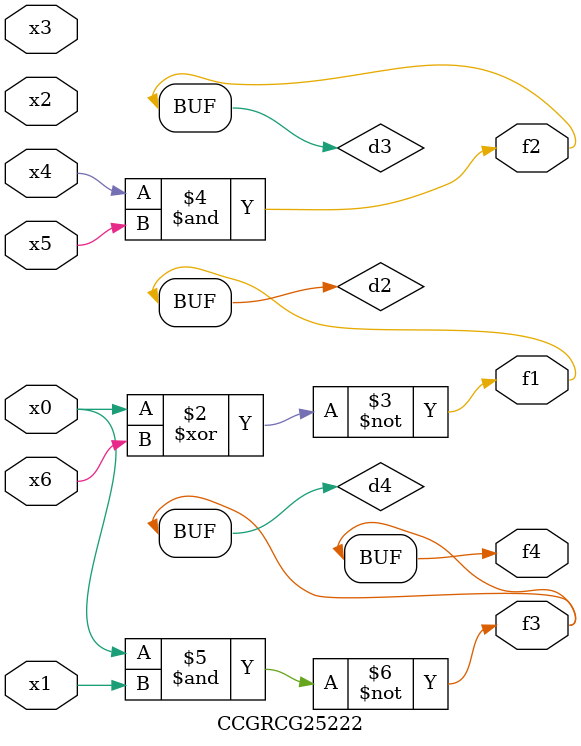
<source format=v>
module CCGRCG25222(
	input x0, x1, x2, x3, x4, x5, x6,
	output f1, f2, f3, f4
);

	wire d1, d2, d3, d4;

	nor (d1, x0);
	xnor (d2, x0, x6);
	and (d3, x4, x5);
	nand (d4, x0, x1);
	assign f1 = d2;
	assign f2 = d3;
	assign f3 = d4;
	assign f4 = d4;
endmodule

</source>
